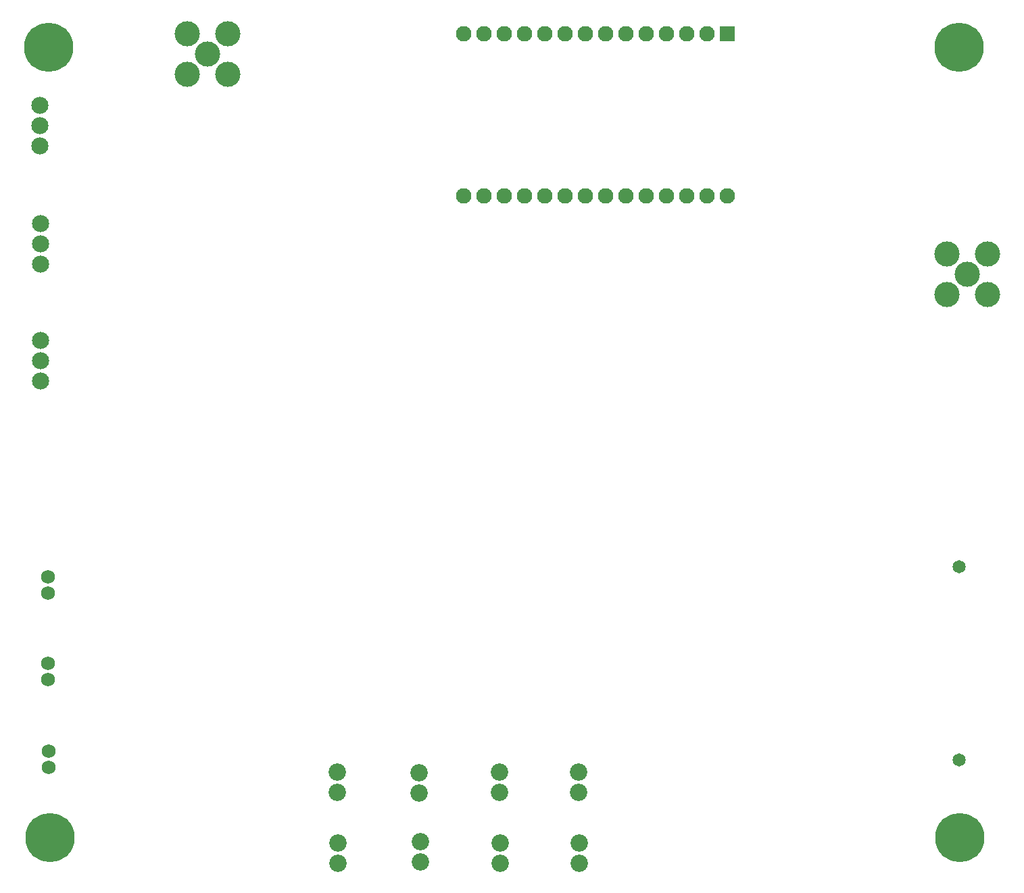
<source format=gbs>
G04*
G04 #@! TF.GenerationSoftware,Altium Limited,Altium Designer,20.1.7 (139)*
G04*
G04 Layer_Color=16711935*
%FSLAX25Y25*%
%MOIN*%
G70*
G04*
G04 #@! TF.SameCoordinates,72195594-E7F7-4266-BDA2-BCA36E094617*
G04*
G04*
G04 #@! TF.FilePolarity,Negative*
G04*
G01*
G75*
%ADD70C,0.08474*%
%ADD113C,0.07687*%
%ADD114R,0.07687X0.07687*%
%ADD115C,0.24222*%
%ADD116C,0.06899*%
%ADD117C,0.06506*%
%ADD118C,0.12411*%
%ADD119C,0.08600*%
D70*
X113000Y323815D02*
D03*
Y333815D02*
D03*
Y343815D02*
D03*
X112500Y459815D02*
D03*
Y449815D02*
D03*
Y439815D02*
D03*
X113000Y381315D02*
D03*
Y391315D02*
D03*
Y401315D02*
D03*
D113*
X411500Y415000D02*
D03*
X421500D02*
D03*
X451500D02*
D03*
X441500D02*
D03*
X431500D02*
D03*
X401500D02*
D03*
X391500D02*
D03*
X381500D02*
D03*
X371500D02*
D03*
X361500D02*
D03*
X351500D02*
D03*
X341500D02*
D03*
X331500D02*
D03*
X321500D02*
D03*
Y495000D02*
D03*
X331500D02*
D03*
X341500D02*
D03*
X351500D02*
D03*
X361500D02*
D03*
X371500D02*
D03*
X381500D02*
D03*
X391500D02*
D03*
X401500D02*
D03*
X431500D02*
D03*
X441500D02*
D03*
X421500D02*
D03*
X411500D02*
D03*
D114*
X451500D02*
D03*
D115*
X566429Y98425D02*
D03*
X565929Y488500D02*
D03*
X117110D02*
D03*
X117610Y98425D02*
D03*
D116*
X117106Y133063D02*
D03*
Y140937D02*
D03*
X116606Y219063D02*
D03*
Y226937D02*
D03*
Y176563D02*
D03*
Y184437D02*
D03*
D117*
X566130Y232138D02*
D03*
Y136862D02*
D03*
D118*
X185189Y494957D02*
D03*
X205189D02*
D03*
X185189Y474957D02*
D03*
X205189D02*
D03*
X195189Y484957D02*
D03*
X559937Y386547D02*
D03*
X579937D02*
D03*
X559937Y366547D02*
D03*
X579937D02*
D03*
X569937Y376547D02*
D03*
D119*
X378783Y95878D02*
D03*
Y85878D02*
D03*
X259283Y130878D02*
D03*
Y120878D02*
D03*
X299783Y120378D02*
D03*
Y130378D02*
D03*
X339283Y130878D02*
D03*
Y120878D02*
D03*
X378284Y130878D02*
D03*
Y120878D02*
D03*
X259784Y95878D02*
D03*
Y85878D02*
D03*
X300284Y96378D02*
D03*
Y86378D02*
D03*
X339784Y95878D02*
D03*
Y85878D02*
D03*
M02*

</source>
